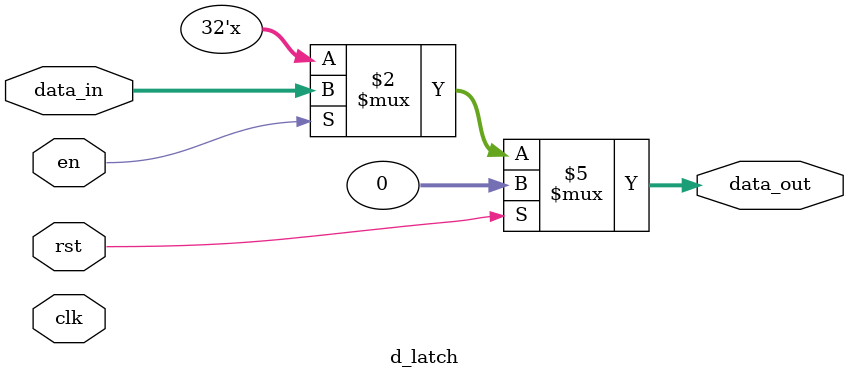
<source format=v>
module d_latch_top #(parameter WIDTH=32) (clk,rst,data_in,data_out);
    input clk;
    input rst;
    input [WIDTH-1:0] data_in;
    output [WIDTH-1:0] data_out;

    reg enable;
    wire [WIDTH-1:0] d_out;
    
    always @ (posedge clk) begin
        if (!rst)
            enable <= 0;
        else
            enable <= 1;
    end

    d_latch #(.WIDTH(WIDTH)) d_latch_inst (.clk(clk),.rst(rst),.data_in(data_in),.data_out(d_out),.en(enable));

    assign data_out=d_out;
endmodule

module d_latch #(parameter WIDTH=32) (clk,rst,data_in,data_out,en);
    input [WIDTH-1:0] data_in;
    input en;
    input clk;
    input rst;
    output reg [WIDTH-1:0] data_out;
    
    always @ (en or rst or data_in)
        if (rst)
            data_out <= 0;
        else if (en)
            data_out <= data_in;
endmodule

</source>
